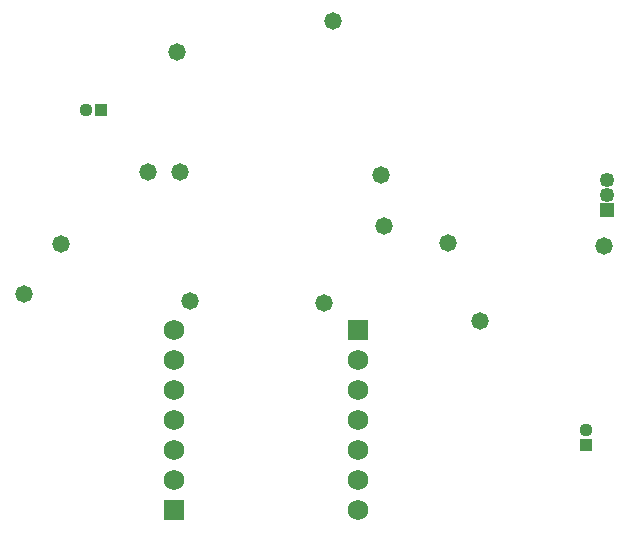
<source format=gbs>
G04*
G04 #@! TF.GenerationSoftware,Altium Limited,Altium Designer,22.2.1 (43)*
G04*
G04 Layer_Color=16711935*
%FSLAX43Y43*%
%MOMM*%
G71*
G04*
G04 #@! TF.SameCoordinates,2A909F52-9C27-4A3D-9E3E-93034AC3C428*
G04*
G04*
G04 #@! TF.FilePolarity,Negative*
G04*
G01*
G75*
%ADD43R,1.120X1.120*%
%ADD44C,1.120*%
%ADD45R,1.253X1.253*%
%ADD46C,1.253*%
%ADD47R,1.120X1.120*%
%ADD48R,1.753X1.753*%
%ADD49C,1.753*%
%ADD50C,1.473*%
D43*
X51943Y7493D02*
D03*
D44*
Y8763D02*
D03*
X9630Y35875D02*
D03*
D45*
X53721Y27432D02*
D03*
D46*
Y28702D02*
D03*
Y29972D02*
D03*
D47*
X10900Y35875D02*
D03*
D48*
X32642Y17272D02*
D03*
X17018Y2032D02*
D03*
D49*
X32642Y14732D02*
D03*
Y12192D02*
D03*
Y9652D02*
D03*
Y7112D02*
D03*
Y4572D02*
D03*
Y2032D02*
D03*
X17018Y4572D02*
D03*
Y7112D02*
D03*
Y9652D02*
D03*
Y12192D02*
D03*
Y14732D02*
D03*
Y17272D02*
D03*
D50*
X17526Y30607D02*
D03*
X7493Y24511D02*
D03*
X18415Y19685D02*
D03*
X4318Y20320D02*
D03*
X14859Y30607D02*
D03*
X53467Y24384D02*
D03*
X42913Y18063D02*
D03*
X40259Y24638D02*
D03*
X34798Y26035D02*
D03*
X17272Y40767D02*
D03*
X30480Y43434D02*
D03*
X34544Y30353D02*
D03*
X29718Y19558D02*
D03*
M02*

</source>
